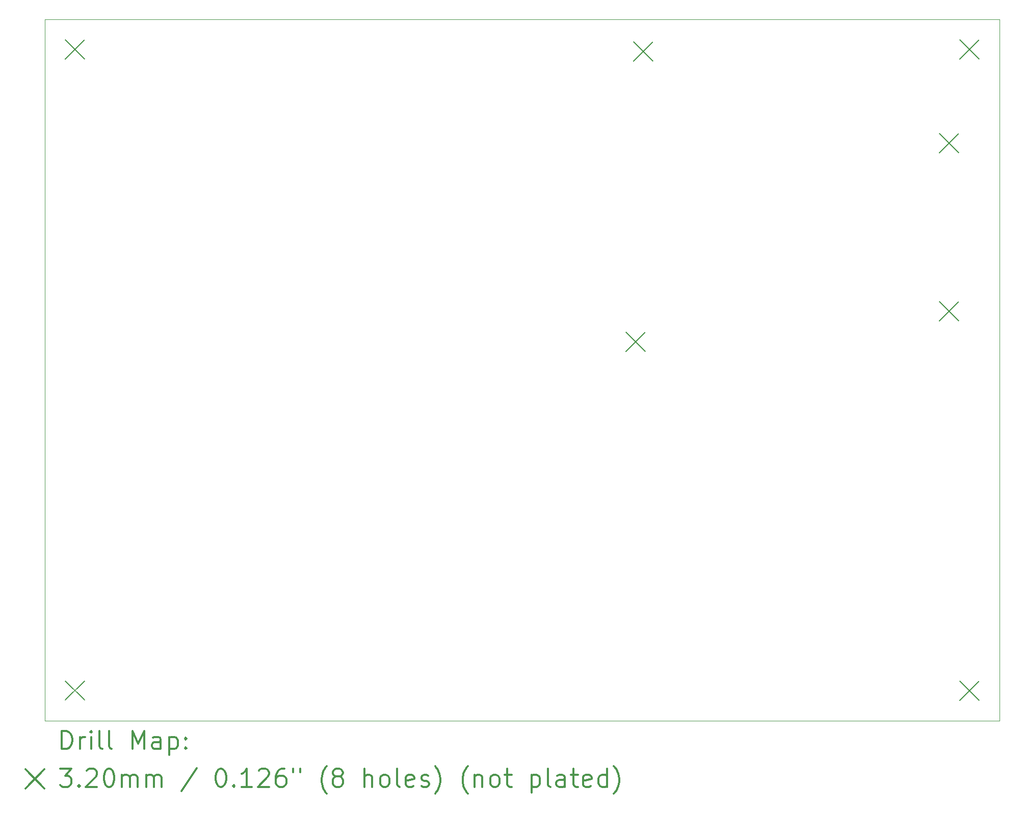
<source format=gbr>
%FSLAX45Y45*%
G04 Gerber Fmt 4.5, Leading zero omitted, Abs format (unit mm)*
G04 Created by KiCad (PCBNEW 5.1.6-c6e7f7d~87~ubuntu18.04.1) date 2020-08-14 22:19:31*
%MOMM*%
%LPD*%
G01*
G04 APERTURE LIST*
%TA.AperFunction,Profile*%
%ADD10C,0.100000*%
%TD*%
%ADD11C,0.200000*%
%ADD12C,0.300000*%
G04 APERTURE END LIST*
D10*
X28170620Y-4568060D02*
X28170620Y-16221060D01*
X12310620Y-4568060D02*
X28170620Y-4568060D01*
X12310620Y-16221060D02*
X12310620Y-4568060D01*
X28170620Y-16221060D02*
X12310620Y-16221060D01*
D11*
X27510620Y-4908000D02*
X27830620Y-5228000D01*
X27830620Y-4908000D02*
X27510620Y-5228000D01*
X22088000Y-4940000D02*
X22408000Y-5260000D01*
X22408000Y-4940000D02*
X22088000Y-5260000D01*
X12650620Y-15561000D02*
X12970620Y-15881000D01*
X12970620Y-15561000D02*
X12650620Y-15881000D01*
X27510600Y-15561060D02*
X27830600Y-15881060D01*
X27830600Y-15561060D02*
X27510600Y-15881060D01*
X21960860Y-9766320D02*
X22280860Y-10086320D01*
X22280860Y-9766320D02*
X21960860Y-10086320D01*
X12650600Y-4908000D02*
X12970600Y-5228000D01*
X12970600Y-4908000D02*
X12650600Y-5228000D01*
X27167860Y-9258320D02*
X27487860Y-9578320D01*
X27487860Y-9258320D02*
X27167860Y-9578320D01*
X27168000Y-6464000D02*
X27488000Y-6784000D01*
X27488000Y-6464000D02*
X27168000Y-6784000D01*
D12*
X12592048Y-16691774D02*
X12592048Y-16391774D01*
X12663477Y-16391774D01*
X12706334Y-16406060D01*
X12734906Y-16434631D01*
X12749191Y-16463203D01*
X12763477Y-16520346D01*
X12763477Y-16563203D01*
X12749191Y-16620346D01*
X12734906Y-16648917D01*
X12706334Y-16677489D01*
X12663477Y-16691774D01*
X12592048Y-16691774D01*
X12892048Y-16691774D02*
X12892048Y-16491774D01*
X12892048Y-16548917D02*
X12906334Y-16520346D01*
X12920620Y-16506060D01*
X12949191Y-16491774D01*
X12977763Y-16491774D01*
X13077763Y-16691774D02*
X13077763Y-16491774D01*
X13077763Y-16391774D02*
X13063477Y-16406060D01*
X13077763Y-16420346D01*
X13092048Y-16406060D01*
X13077763Y-16391774D01*
X13077763Y-16420346D01*
X13263477Y-16691774D02*
X13234906Y-16677489D01*
X13220620Y-16648917D01*
X13220620Y-16391774D01*
X13420620Y-16691774D02*
X13392048Y-16677489D01*
X13377763Y-16648917D01*
X13377763Y-16391774D01*
X13763477Y-16691774D02*
X13763477Y-16391774D01*
X13863477Y-16606060D01*
X13963477Y-16391774D01*
X13963477Y-16691774D01*
X14234906Y-16691774D02*
X14234906Y-16534631D01*
X14220620Y-16506060D01*
X14192048Y-16491774D01*
X14134906Y-16491774D01*
X14106334Y-16506060D01*
X14234906Y-16677489D02*
X14206334Y-16691774D01*
X14134906Y-16691774D01*
X14106334Y-16677489D01*
X14092048Y-16648917D01*
X14092048Y-16620346D01*
X14106334Y-16591774D01*
X14134906Y-16577489D01*
X14206334Y-16577489D01*
X14234906Y-16563203D01*
X14377763Y-16491774D02*
X14377763Y-16791774D01*
X14377763Y-16506060D02*
X14406334Y-16491774D01*
X14463477Y-16491774D01*
X14492048Y-16506060D01*
X14506334Y-16520346D01*
X14520620Y-16548917D01*
X14520620Y-16634631D01*
X14506334Y-16663203D01*
X14492048Y-16677489D01*
X14463477Y-16691774D01*
X14406334Y-16691774D01*
X14377763Y-16677489D01*
X14649191Y-16663203D02*
X14663477Y-16677489D01*
X14649191Y-16691774D01*
X14634906Y-16677489D01*
X14649191Y-16663203D01*
X14649191Y-16691774D01*
X14649191Y-16506060D02*
X14663477Y-16520346D01*
X14649191Y-16534631D01*
X14634906Y-16520346D01*
X14649191Y-16506060D01*
X14649191Y-16534631D01*
X11985620Y-17026060D02*
X12305620Y-17346060D01*
X12305620Y-17026060D02*
X11985620Y-17346060D01*
X12563477Y-17021774D02*
X12749191Y-17021774D01*
X12649191Y-17136060D01*
X12692048Y-17136060D01*
X12720620Y-17150346D01*
X12734906Y-17164632D01*
X12749191Y-17193203D01*
X12749191Y-17264632D01*
X12734906Y-17293203D01*
X12720620Y-17307489D01*
X12692048Y-17321774D01*
X12606334Y-17321774D01*
X12577763Y-17307489D01*
X12563477Y-17293203D01*
X12877763Y-17293203D02*
X12892048Y-17307489D01*
X12877763Y-17321774D01*
X12863477Y-17307489D01*
X12877763Y-17293203D01*
X12877763Y-17321774D01*
X13006334Y-17050346D02*
X13020620Y-17036060D01*
X13049191Y-17021774D01*
X13120620Y-17021774D01*
X13149191Y-17036060D01*
X13163477Y-17050346D01*
X13177763Y-17078917D01*
X13177763Y-17107489D01*
X13163477Y-17150346D01*
X12992048Y-17321774D01*
X13177763Y-17321774D01*
X13363477Y-17021774D02*
X13392048Y-17021774D01*
X13420620Y-17036060D01*
X13434906Y-17050346D01*
X13449191Y-17078917D01*
X13463477Y-17136060D01*
X13463477Y-17207489D01*
X13449191Y-17264632D01*
X13434906Y-17293203D01*
X13420620Y-17307489D01*
X13392048Y-17321774D01*
X13363477Y-17321774D01*
X13334906Y-17307489D01*
X13320620Y-17293203D01*
X13306334Y-17264632D01*
X13292048Y-17207489D01*
X13292048Y-17136060D01*
X13306334Y-17078917D01*
X13320620Y-17050346D01*
X13334906Y-17036060D01*
X13363477Y-17021774D01*
X13592048Y-17321774D02*
X13592048Y-17121774D01*
X13592048Y-17150346D02*
X13606334Y-17136060D01*
X13634906Y-17121774D01*
X13677763Y-17121774D01*
X13706334Y-17136060D01*
X13720620Y-17164632D01*
X13720620Y-17321774D01*
X13720620Y-17164632D02*
X13734906Y-17136060D01*
X13763477Y-17121774D01*
X13806334Y-17121774D01*
X13834906Y-17136060D01*
X13849191Y-17164632D01*
X13849191Y-17321774D01*
X13992048Y-17321774D02*
X13992048Y-17121774D01*
X13992048Y-17150346D02*
X14006334Y-17136060D01*
X14034906Y-17121774D01*
X14077763Y-17121774D01*
X14106334Y-17136060D01*
X14120620Y-17164632D01*
X14120620Y-17321774D01*
X14120620Y-17164632D02*
X14134906Y-17136060D01*
X14163477Y-17121774D01*
X14206334Y-17121774D01*
X14234906Y-17136060D01*
X14249191Y-17164632D01*
X14249191Y-17321774D01*
X14834906Y-17007489D02*
X14577763Y-17393203D01*
X15220620Y-17021774D02*
X15249191Y-17021774D01*
X15277763Y-17036060D01*
X15292048Y-17050346D01*
X15306334Y-17078917D01*
X15320620Y-17136060D01*
X15320620Y-17207489D01*
X15306334Y-17264632D01*
X15292048Y-17293203D01*
X15277763Y-17307489D01*
X15249191Y-17321774D01*
X15220620Y-17321774D01*
X15192048Y-17307489D01*
X15177763Y-17293203D01*
X15163477Y-17264632D01*
X15149191Y-17207489D01*
X15149191Y-17136060D01*
X15163477Y-17078917D01*
X15177763Y-17050346D01*
X15192048Y-17036060D01*
X15220620Y-17021774D01*
X15449191Y-17293203D02*
X15463477Y-17307489D01*
X15449191Y-17321774D01*
X15434906Y-17307489D01*
X15449191Y-17293203D01*
X15449191Y-17321774D01*
X15749191Y-17321774D02*
X15577763Y-17321774D01*
X15663477Y-17321774D02*
X15663477Y-17021774D01*
X15634906Y-17064632D01*
X15606334Y-17093203D01*
X15577763Y-17107489D01*
X15863477Y-17050346D02*
X15877763Y-17036060D01*
X15906334Y-17021774D01*
X15977763Y-17021774D01*
X16006334Y-17036060D01*
X16020620Y-17050346D01*
X16034906Y-17078917D01*
X16034906Y-17107489D01*
X16020620Y-17150346D01*
X15849191Y-17321774D01*
X16034906Y-17321774D01*
X16292048Y-17021774D02*
X16234906Y-17021774D01*
X16206334Y-17036060D01*
X16192048Y-17050346D01*
X16163477Y-17093203D01*
X16149191Y-17150346D01*
X16149191Y-17264632D01*
X16163477Y-17293203D01*
X16177763Y-17307489D01*
X16206334Y-17321774D01*
X16263477Y-17321774D01*
X16292048Y-17307489D01*
X16306334Y-17293203D01*
X16320620Y-17264632D01*
X16320620Y-17193203D01*
X16306334Y-17164632D01*
X16292048Y-17150346D01*
X16263477Y-17136060D01*
X16206334Y-17136060D01*
X16177763Y-17150346D01*
X16163477Y-17164632D01*
X16149191Y-17193203D01*
X16434906Y-17021774D02*
X16434906Y-17078917D01*
X16549191Y-17021774D02*
X16549191Y-17078917D01*
X16992048Y-17436060D02*
X16977763Y-17421774D01*
X16949191Y-17378917D01*
X16934906Y-17350346D01*
X16920620Y-17307489D01*
X16906334Y-17236060D01*
X16906334Y-17178917D01*
X16920620Y-17107489D01*
X16934906Y-17064632D01*
X16949191Y-17036060D01*
X16977763Y-16993203D01*
X16992048Y-16978917D01*
X17149191Y-17150346D02*
X17120620Y-17136060D01*
X17106334Y-17121774D01*
X17092048Y-17093203D01*
X17092048Y-17078917D01*
X17106334Y-17050346D01*
X17120620Y-17036060D01*
X17149191Y-17021774D01*
X17206334Y-17021774D01*
X17234906Y-17036060D01*
X17249191Y-17050346D01*
X17263477Y-17078917D01*
X17263477Y-17093203D01*
X17249191Y-17121774D01*
X17234906Y-17136060D01*
X17206334Y-17150346D01*
X17149191Y-17150346D01*
X17120620Y-17164632D01*
X17106334Y-17178917D01*
X17092048Y-17207489D01*
X17092048Y-17264632D01*
X17106334Y-17293203D01*
X17120620Y-17307489D01*
X17149191Y-17321774D01*
X17206334Y-17321774D01*
X17234906Y-17307489D01*
X17249191Y-17293203D01*
X17263477Y-17264632D01*
X17263477Y-17207489D01*
X17249191Y-17178917D01*
X17234906Y-17164632D01*
X17206334Y-17150346D01*
X17620620Y-17321774D02*
X17620620Y-17021774D01*
X17749191Y-17321774D02*
X17749191Y-17164632D01*
X17734906Y-17136060D01*
X17706334Y-17121774D01*
X17663477Y-17121774D01*
X17634906Y-17136060D01*
X17620620Y-17150346D01*
X17934906Y-17321774D02*
X17906334Y-17307489D01*
X17892048Y-17293203D01*
X17877763Y-17264632D01*
X17877763Y-17178917D01*
X17892048Y-17150346D01*
X17906334Y-17136060D01*
X17934906Y-17121774D01*
X17977763Y-17121774D01*
X18006334Y-17136060D01*
X18020620Y-17150346D01*
X18034906Y-17178917D01*
X18034906Y-17264632D01*
X18020620Y-17293203D01*
X18006334Y-17307489D01*
X17977763Y-17321774D01*
X17934906Y-17321774D01*
X18206334Y-17321774D02*
X18177763Y-17307489D01*
X18163477Y-17278917D01*
X18163477Y-17021774D01*
X18434906Y-17307489D02*
X18406334Y-17321774D01*
X18349191Y-17321774D01*
X18320620Y-17307489D01*
X18306334Y-17278917D01*
X18306334Y-17164632D01*
X18320620Y-17136060D01*
X18349191Y-17121774D01*
X18406334Y-17121774D01*
X18434906Y-17136060D01*
X18449191Y-17164632D01*
X18449191Y-17193203D01*
X18306334Y-17221774D01*
X18563477Y-17307489D02*
X18592048Y-17321774D01*
X18649191Y-17321774D01*
X18677763Y-17307489D01*
X18692048Y-17278917D01*
X18692048Y-17264632D01*
X18677763Y-17236060D01*
X18649191Y-17221774D01*
X18606334Y-17221774D01*
X18577763Y-17207489D01*
X18563477Y-17178917D01*
X18563477Y-17164632D01*
X18577763Y-17136060D01*
X18606334Y-17121774D01*
X18649191Y-17121774D01*
X18677763Y-17136060D01*
X18792048Y-17436060D02*
X18806334Y-17421774D01*
X18834906Y-17378917D01*
X18849191Y-17350346D01*
X18863477Y-17307489D01*
X18877763Y-17236060D01*
X18877763Y-17178917D01*
X18863477Y-17107489D01*
X18849191Y-17064632D01*
X18834906Y-17036060D01*
X18806334Y-16993203D01*
X18792048Y-16978917D01*
X19334906Y-17436060D02*
X19320620Y-17421774D01*
X19292048Y-17378917D01*
X19277763Y-17350346D01*
X19263477Y-17307489D01*
X19249191Y-17236060D01*
X19249191Y-17178917D01*
X19263477Y-17107489D01*
X19277763Y-17064632D01*
X19292048Y-17036060D01*
X19320620Y-16993203D01*
X19334906Y-16978917D01*
X19449191Y-17121774D02*
X19449191Y-17321774D01*
X19449191Y-17150346D02*
X19463477Y-17136060D01*
X19492048Y-17121774D01*
X19534906Y-17121774D01*
X19563477Y-17136060D01*
X19577763Y-17164632D01*
X19577763Y-17321774D01*
X19763477Y-17321774D02*
X19734906Y-17307489D01*
X19720620Y-17293203D01*
X19706334Y-17264632D01*
X19706334Y-17178917D01*
X19720620Y-17150346D01*
X19734906Y-17136060D01*
X19763477Y-17121774D01*
X19806334Y-17121774D01*
X19834906Y-17136060D01*
X19849191Y-17150346D01*
X19863477Y-17178917D01*
X19863477Y-17264632D01*
X19849191Y-17293203D01*
X19834906Y-17307489D01*
X19806334Y-17321774D01*
X19763477Y-17321774D01*
X19949191Y-17121774D02*
X20063477Y-17121774D01*
X19992048Y-17021774D02*
X19992048Y-17278917D01*
X20006334Y-17307489D01*
X20034906Y-17321774D01*
X20063477Y-17321774D01*
X20392048Y-17121774D02*
X20392048Y-17421774D01*
X20392048Y-17136060D02*
X20420620Y-17121774D01*
X20477763Y-17121774D01*
X20506334Y-17136060D01*
X20520620Y-17150346D01*
X20534906Y-17178917D01*
X20534906Y-17264632D01*
X20520620Y-17293203D01*
X20506334Y-17307489D01*
X20477763Y-17321774D01*
X20420620Y-17321774D01*
X20392048Y-17307489D01*
X20706334Y-17321774D02*
X20677763Y-17307489D01*
X20663477Y-17278917D01*
X20663477Y-17021774D01*
X20949191Y-17321774D02*
X20949191Y-17164632D01*
X20934906Y-17136060D01*
X20906334Y-17121774D01*
X20849191Y-17121774D01*
X20820620Y-17136060D01*
X20949191Y-17307489D02*
X20920620Y-17321774D01*
X20849191Y-17321774D01*
X20820620Y-17307489D01*
X20806334Y-17278917D01*
X20806334Y-17250346D01*
X20820620Y-17221774D01*
X20849191Y-17207489D01*
X20920620Y-17207489D01*
X20949191Y-17193203D01*
X21049191Y-17121774D02*
X21163477Y-17121774D01*
X21092048Y-17021774D02*
X21092048Y-17278917D01*
X21106334Y-17307489D01*
X21134906Y-17321774D01*
X21163477Y-17321774D01*
X21377763Y-17307489D02*
X21349191Y-17321774D01*
X21292048Y-17321774D01*
X21263477Y-17307489D01*
X21249191Y-17278917D01*
X21249191Y-17164632D01*
X21263477Y-17136060D01*
X21292048Y-17121774D01*
X21349191Y-17121774D01*
X21377763Y-17136060D01*
X21392048Y-17164632D01*
X21392048Y-17193203D01*
X21249191Y-17221774D01*
X21649191Y-17321774D02*
X21649191Y-17021774D01*
X21649191Y-17307489D02*
X21620620Y-17321774D01*
X21563477Y-17321774D01*
X21534906Y-17307489D01*
X21520620Y-17293203D01*
X21506334Y-17264632D01*
X21506334Y-17178917D01*
X21520620Y-17150346D01*
X21534906Y-17136060D01*
X21563477Y-17121774D01*
X21620620Y-17121774D01*
X21649191Y-17136060D01*
X21763477Y-17436060D02*
X21777763Y-17421774D01*
X21806334Y-17378917D01*
X21820620Y-17350346D01*
X21834906Y-17307489D01*
X21849191Y-17236060D01*
X21849191Y-17178917D01*
X21834906Y-17107489D01*
X21820620Y-17064632D01*
X21806334Y-17036060D01*
X21777763Y-16993203D01*
X21763477Y-16978917D01*
M02*

</source>
